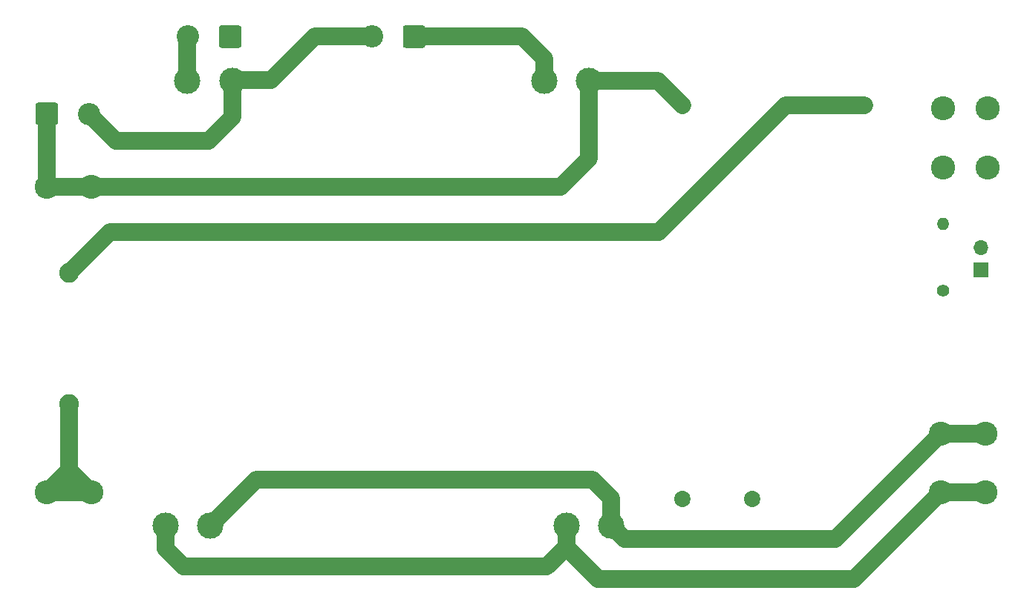
<source format=gtl>
G04 #@! TF.GenerationSoftware,KiCad,Pcbnew,(5.1.6)-1*
G04 #@! TF.CreationDate,2022-02-26T06:54:02-05:00*
G04 #@! TF.ProjectId,C64-PSU-NA,4336342d-5053-4552-9d4e-412e6b696361,rev?*
G04 #@! TF.SameCoordinates,Original*
G04 #@! TF.FileFunction,Copper,L1,Top*
G04 #@! TF.FilePolarity,Positive*
%FSLAX46Y46*%
G04 Gerber Fmt 4.6, Leading zero omitted, Abs format (unit mm)*
G04 Created by KiCad (PCBNEW (5.1.6)-1) date 2022-02-26 06:54:02*
%MOMM*%
%LPD*%
G01*
G04 APERTURE LIST*
G04 #@! TA.AperFunction,ComponentPad*
%ADD10C,3.000000*%
G04 #@! TD*
G04 #@! TA.AperFunction,ComponentPad*
%ADD11C,2.250000*%
G04 #@! TD*
G04 #@! TA.AperFunction,ComponentPad*
%ADD12C,2.745000*%
G04 #@! TD*
G04 #@! TA.AperFunction,ComponentPad*
%ADD13R,1.700000X1.700000*%
G04 #@! TD*
G04 #@! TA.AperFunction,ComponentPad*
%ADD14O,1.700000X1.700000*%
G04 #@! TD*
G04 #@! TA.AperFunction,ComponentPad*
%ADD15C,1.860000*%
G04 #@! TD*
G04 #@! TA.AperFunction,ComponentPad*
%ADD16C,1.400000*%
G04 #@! TD*
G04 #@! TA.AperFunction,ComponentPad*
%ADD17O,1.400000X1.400000*%
G04 #@! TD*
G04 #@! TA.AperFunction,ComponentPad*
%ADD18C,2.550000*%
G04 #@! TD*
G04 #@! TA.AperFunction,Conductor*
%ADD19C,2.000000*%
G04 #@! TD*
G04 APERTURE END LIST*
D10*
X96699400Y-121276800D03*
X101799400Y-121276800D03*
X142399400Y-121276800D03*
X147499400Y-121276800D03*
X144999400Y-70476800D03*
X139899400Y-70476800D03*
X104299400Y-70476800D03*
X99199400Y-70476800D03*
D11*
X85699600Y-107449000D03*
X85699600Y-92449000D03*
D12*
X83134200Y-117525800D03*
X88214200Y-117525800D03*
X88214200Y-82626200D03*
X83134200Y-82626200D03*
X185343800Y-80416400D03*
X190423800Y-80416400D03*
X190449200Y-73634600D03*
X185369200Y-73634600D03*
X185115200Y-117449600D03*
X190195200Y-117449600D03*
X190220600Y-110769400D03*
X185140600Y-110769400D03*
D13*
X189687200Y-92075000D03*
D14*
X189687200Y-89535000D03*
D15*
X163614400Y-118288200D03*
X155614400Y-118288200D03*
X176414400Y-73288200D03*
X155614400Y-73288200D03*
D16*
X185343800Y-94462600D03*
D17*
X185343800Y-86842600D03*
G04 #@! TA.AperFunction,ComponentPad*
G36*
G01*
X105338800Y-64430799D02*
X105338800Y-66480801D01*
G75*
G02*
X105088801Y-66730800I-249999J0D01*
G01*
X103038799Y-66730800D01*
G75*
G02*
X102788800Y-66480801I0J249999D01*
G01*
X102788800Y-64430799D01*
G75*
G02*
X103038799Y-64180800I249999J0D01*
G01*
X105088801Y-64180800D01*
G75*
G02*
X105338800Y-64430799I0J-249999D01*
G01*
G37*
G04 #@! TD.AperFunction*
D18*
X99263800Y-65455800D03*
X87959600Y-74269600D03*
G04 #@! TA.AperFunction,ComponentPad*
G36*
G01*
X81884600Y-75294601D02*
X81884600Y-73244599D01*
G75*
G02*
X82134599Y-72994600I249999J0D01*
G01*
X84184601Y-72994600D01*
G75*
G02*
X84434600Y-73244599I0J-249999D01*
G01*
X84434600Y-75294601D01*
G75*
G02*
X84184601Y-75544600I-249999J0D01*
G01*
X82134599Y-75544600D01*
G75*
G02*
X81884600Y-75294601I0J249999D01*
G01*
G37*
G04 #@! TD.AperFunction*
G04 #@! TA.AperFunction,ComponentPad*
G36*
G01*
X126319200Y-64430799D02*
X126319200Y-66480801D01*
G75*
G02*
X126069201Y-66730800I-249999J0D01*
G01*
X124019199Y-66730800D01*
G75*
G02*
X123769200Y-66480801I0J249999D01*
G01*
X123769200Y-64430799D01*
G75*
G02*
X124019199Y-64180800I249999J0D01*
G01*
X126069201Y-64180800D01*
G75*
G02*
X126319200Y-64430799I0J-249999D01*
G01*
G37*
G04 #@! TD.AperFunction*
X120244200Y-65455800D03*
D19*
X85699600Y-115011200D02*
X88214200Y-117525800D01*
X85699600Y-107449000D02*
X85699600Y-115011200D01*
X85648800Y-115011200D02*
X85699600Y-115011200D01*
X83134200Y-117525800D02*
X88214200Y-117525800D01*
X86626700Y-115938300D02*
X84721700Y-115938300D01*
X88214200Y-117525800D02*
X86626700Y-115938300D01*
X83134200Y-117525800D02*
X84721700Y-115938300D01*
X84721700Y-115938300D02*
X85648800Y-115011200D01*
X185115200Y-117449600D02*
X190195200Y-117449600D01*
X142399400Y-123767200D02*
X142399400Y-121276800D01*
X98729800Y-125984000D02*
X140182600Y-125984000D01*
X96699400Y-121276800D02*
X96699400Y-123953600D01*
X140182600Y-125984000D02*
X142399400Y-123767200D01*
X96699400Y-123953600D02*
X98729800Y-125984000D01*
X146013200Y-127381000D02*
X142399400Y-123767200D01*
X185115200Y-117449600D02*
X175183800Y-127381000D01*
X175183800Y-127381000D02*
X146013200Y-127381000D01*
X185140600Y-110769400D02*
X190220600Y-110769400D01*
X173075600Y-122834400D02*
X185140600Y-110769400D01*
X145389600Y-116027200D02*
X147499400Y-118137000D01*
X147499400Y-118137000D02*
X147499400Y-121276800D01*
X101799400Y-121276800D02*
X107049000Y-116027200D01*
X107049000Y-116027200D02*
X145389600Y-116027200D01*
X149057000Y-122834400D02*
X147499400Y-121276800D01*
X173075600Y-122834400D02*
X149057000Y-122834400D01*
X152908000Y-87757000D02*
X90391600Y-87757000D01*
X90391600Y-87757000D02*
X85699600Y-92449000D01*
X176414400Y-73288200D02*
X167376800Y-73288200D01*
X167376800Y-73288200D02*
X152908000Y-87757000D01*
X99199400Y-65520200D02*
X99263800Y-65455800D01*
X99199400Y-70476800D02*
X99199400Y-65520200D01*
X83134200Y-74295000D02*
X83159600Y-74269600D01*
X83134200Y-82626200D02*
X83134200Y-74295000D01*
X88214200Y-82626200D02*
X141757400Y-82626200D01*
X141757400Y-82626200D02*
X144999400Y-79384200D01*
X152803000Y-70476800D02*
X155614400Y-73288200D01*
X88214200Y-82626200D02*
X83134200Y-82626200D01*
X144999400Y-79384200D02*
X144999400Y-70476800D01*
X144999400Y-70476800D02*
X152803000Y-70476800D01*
X139899400Y-67992000D02*
X139899400Y-70476800D01*
X125044200Y-65455800D02*
X137363200Y-65455800D01*
X137363200Y-65455800D02*
X139899400Y-67992000D01*
X120244200Y-65455800D02*
X113715800Y-65455800D01*
X113715800Y-65455800D02*
X108737400Y-70434200D01*
X101650800Y-77317600D02*
X104299400Y-74669000D01*
X87959600Y-74269600D02*
X91007600Y-77317600D01*
X91007600Y-77317600D02*
X101650800Y-77317600D01*
X104342000Y-70434200D02*
X104299400Y-70476800D01*
X108737400Y-70434200D02*
X104342000Y-70434200D01*
X104299400Y-74669000D02*
X104299400Y-70476800D01*
M02*

</source>
